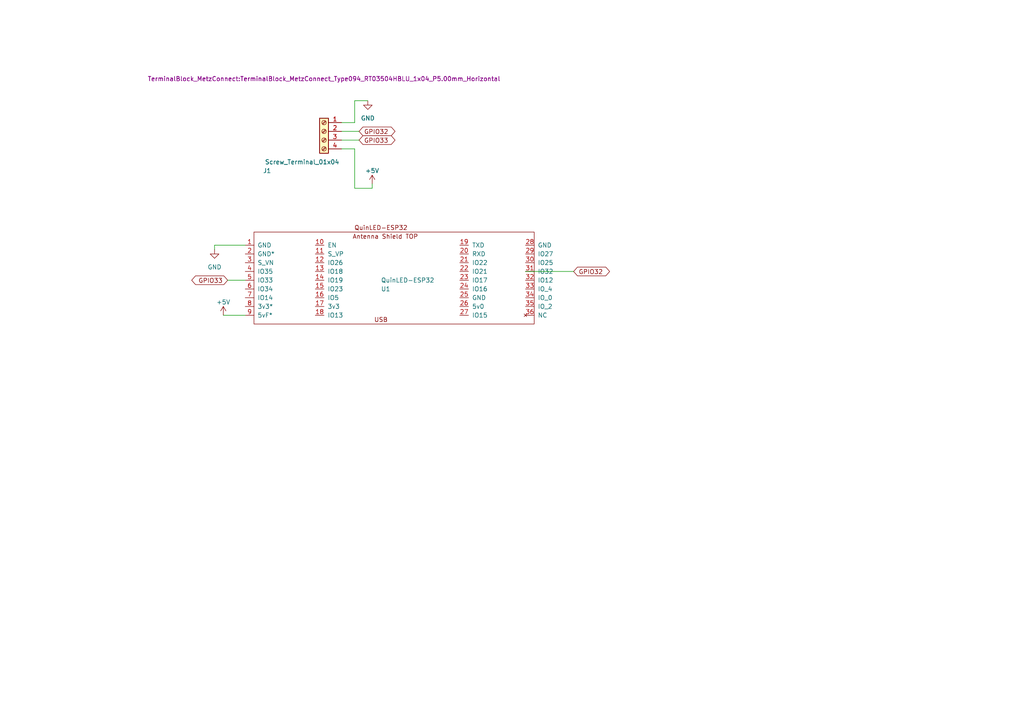
<source format=kicad_sch>
(kicad_sch (version 20231120) (generator "eeschema") (generator_version "8.0")
  (paper "A4")
  (lib_symbols
    (symbol "Connector:Screw_Terminal_01x04" (pin_names (offset 1.016) hide)
      (property "Reference" "J" (at 0 5.08 0))
      (property "Value" "Screw_Terminal_01x04" (at 0 -7.62 0))
      (symbol "Screw_Terminal_01x04_1_1"
        (rectangle (start -1.27 3.81) (end 1.27 -6.35) (stroke (width 0.254)) (fill (type background)))
        (circle (center 0 -5.08) (radius 0.635) (stroke (width 0.1524)))
        (circle (center 0 -2.54) (radius 0.635) (stroke (width 0.1524)))
        (polyline (pts (xy -0.5334 -4.7498) (xy 0.3302 -5.588)) (stroke (width 0.1524)))
        (polyline (pts (xy -0.5334 -2.2098) (xy 0.3302 -3.048)) (stroke (width 0.1524)))
        (polyline (pts (xy -0.5334 0.3302) (xy 0.3302 -0.508)) (stroke (width 0.1524)))
        (polyline (pts (xy -0.5334 2.8702) (xy 0.3302 2.032)) (stroke (width 0.1524)))
        (polyline (pts (xy -0.3556 -4.572) (xy 0.508 -5.4102)) (stroke (width 0.1524)))
        (polyline (pts (xy -0.3556 -2.032) (xy 0.508 -2.8702)) (stroke (width 0.1524)))
        (polyline (pts (xy -0.3556 0.508) (xy 0.508 -0.3302)) (stroke (width 0.1524)))
        (polyline (pts (xy -0.3556 3.048) (xy 0.508 2.2098)) (stroke (width 0.1524)))
        (circle (center 0 0) (radius 0.635) (stroke (width 0.1524)))
        (circle (center 0 2.54) (radius 0.635) (stroke (width 0.1524)))
        (pin passive line (at -5.08 2.54 0) (length 3.81) (name "Pin_1") (number "1"))
        (pin passive line (at -5.08 0 0) (length 3.81) (name "Pin_2") (number "2"))
        (pin passive line (at -5.08 -2.54 0) (length 3.81) (name "Pin_3") (number "3"))
        (pin passive line (at -5.08 -5.08 0) (length 3.81) (name "Pin_4") (number "4"))
      )
    )
    (symbol "QuinLED-ESP32:QuinLED-ESP32" (pin_names (offset 1.016))
      (property "Reference" "U" (at 58.42 -12.7 0))
      (property "Value" "QuinLED-ESP32" (at 58.42 -7.62 0))
      (symbol "QuinLED-ESP32_0_0"
        (rectangle (start 21.59 -3.81) (end 102.87 -30.48))
        (text "Antenna Shield TOP" (at 59.69 -5.08 0) (effects (font (size 1.27 1.27))))
        (text "QuinLED-ESP32" (at 58.42 -2.54 0) (effects (font (size 1.27 1.27))))
        (text "USB" (at 58.42 -29.21 0) (effects (font (size 1.27 1.27))))
      )
      (symbol "QuinLED-ESP32_1_1"
        (pin bidirectional line (at 19.05 -7.62 0) (length 2.54) (name "GND") (number "1"))
        (pin input line (at 39.37 -7.62 0) (length 2.54) (name "EN") (number "10"))
        (pin input line (at 39.37 -10.16 0) (length 2.54) (name "S_VP") (number "11"))
        (pin bidirectional line (at 39.37 -12.7 0) (length 2.54) (name "IO26") (number "12"))
        (pin bidirectional line (at 39.37 -15.24 0) (length 2.54) (name "IO18") (number "13"))
        (pin bidirectional line (at 39.37 -17.78 0) (length 2.54) (name "IO19") (number "14"))
        (pin bidirectional line (at 39.37 -20.32 0) (length 2.54) (name "IO23") (number "15"))
        (pin bidirectional line (at 39.37 -22.86 0) (length 2.54) (name "IO5") (number "16"))
        (pin output line (at 39.37 -25.4 0) (length 2.54) (name "3v3") (number "17"))
        (pin bidirectional line (at 39.37 -27.94 0) (length 2.54) (name "IO13") (number "18"))
        (pin output line (at 81.28 -7.62 0) (length 2.54) (name "TXD") (number "19"))
        (pin bidirectional line (at 19.05 -10.16 0) (length 2.54) (name "GND*") (number "2"))
        (pin input line (at 81.28 -10.16 0) (length 2.54) (name "RXD") (number "20"))
        (pin bidirectional line (at 81.28 -12.7 0) (length 2.54) (name "IO22") (number "21"))
        (pin bidirectional line (at 81.28 -15.24 0) (length 2.54) (name "IO21") (number "22"))
        (pin bidirectional line (at 81.28 -17.78 0) (length 2.54) (name "IO17") (number "23"))
        (pin bidirectional line (at 81.28 -20.32 0) (length 2.54) (name "IO16") (number "24"))
        (pin bidirectional line (at 81.28 -22.86 0) (length 2.54) (name "GND") (number "25"))
        (pin input line (at 81.28 -25.4 0) (length 2.54) (name "5v0") (number "26"))
        (pin bidirectional line (at 81.28 -27.94 0) (length 2.54) (name "IO15") (number "27"))
        (pin bidirectional line (at 100.33 -7.62 0) (length 2.54) (name "GND") (number "28"))
        (pin bidirectional line (at 100.33 -10.16 0) (length 2.54) (name "IO27") (number "29"))
        (pin input line (at 19.05 -12.7 0) (length 2.54) (name "S_VN") (number "3"))
        (pin bidirectional line (at 100.33 -12.7 0) (length 2.54) (name "IO25") (number "30"))
        (pin bidirectional line (at 100.33 -15.24 0) (length 2.54) (name "IO32") (number "31"))
        (pin bidirectional line (at 100.33 -17.78 0) (length 2.54) (name "IO12") (number "32"))
        (pin bidirectional line (at 100.33 -20.32 0) (length 2.54) (name "IO_4") (number "33"))
        (pin bidirectional line (at 100.33 -22.86 0) (length 2.54) (name "IO_0") (number "34"))
        (pin bidirectional line (at 100.33 -25.4 0) (length 2.54) (name "IO_2") (number "35"))
        (pin no_connect line (at 100.33 -27.94 0) (length 2.54) (name "NC") (number "36"))
        (pin bidirectional line (at 19.05 -15.24 0) (length 2.54) (name "IO35") (number "4"))
        (pin bidirectional line (at 19.05 -17.78 0) (length 2.54) (name "IO33") (number "5"))
        (pin bidirectional line (at 19.05 -20.32 0) (length 2.54) (name "IO34") (number "6"))
        (pin bidirectional line (at 19.05 -22.86 0) (length 2.54) (name "IO14") (number "7"))
        (pin output line (at 19.05 -25.4 0) (length 2.54) (name "3v3*") (number "8"))
        (pin output line (at 19.05 -27.94 0) (length 2.54) (name "5vF*") (number "9"))
      )
    )
    (symbol "power:+5V" (power) (pin_names (offset 0))
      (property "Value" "+5V" (at 0 3.556 0))
      (symbol "+5V_0_1"
        (polyline (pts (xy -0.762 1.27) (xy 0 2.54)))
        (polyline (pts (xy 0 0) (xy 0 2.54)))
        (polyline (pts (xy 0 2.54) (xy 0.762 1.27)))
      )
      (symbol "+5V_1_1"
        (pin power_in line (at 0 0 90) (length 0) hide (name "+5V") (number "1"))
      )
    )
    (symbol "power:GND" (power) (pin_names (offset 0))
      (property "Value" "GND" (at 0 -3.81 0))
      (symbol "GND_0_1"
        (polyline (pts (xy 0 0) (xy 0 -1.27) (xy 1.27 -1.27) (xy 0 -2.54) (xy -1.27 -1.27) (xy 0 -1.27)))
      )
      (symbol "GND_1_1"
        (pin power_in line (at 0 0 270) (length 0) hide (name "GND") (number "1"))
      )
    )
  )
  (wire (pts (xy 152.4 78.74) (xy 166.37 78.74)))
  (wire (pts (xy 64.77 91.44) (xy 71.12 91.44)))
  (wire (pts (xy 102.87 43.18) (xy 102.87 54.61)))
  (wire (pts (xy 62.23 71.12) (xy 62.23 72.39)))
  (wire (pts (xy 71.12 71.12) (xy 62.23 71.12)))
  (wire (pts (xy 66.04 81.28) (xy 71.12 81.28)))
  (wire (pts (xy 107.95 53.34) (xy 107.95 54.61)))
  (wire (pts (xy 102.87 29.21) (xy 106.68 29.21)))
  (wire (pts (xy 102.87 35.56) (xy 102.87 29.21)))
  (wire (pts (xy 99.06 43.18) (xy 102.87 43.18)))
  (wire (pts (xy 99.06 35.56) (xy 102.87 35.56)))
  (wire (pts (xy 99.06 38.1) (xy 104.14 38.1)))
  (wire (pts (xy 99.06 40.64) (xy 104.14 40.64)))
  (wire (pts (xy 102.87 54.61) (xy 107.95 54.61)))
  (global_label "GPIO33" (shape bidirectional) (at 66.04 81.28 180) (property "Intersheetrefs" "${INTERSHEET_REFS}" (effects (hide yes))))
  (global_label "GPIO32" (shape bidirectional) (at 166.37 78.74 0) (property "Intersheetrefs" "${INTERSHEET_REFS}" (effects (hide yes))))
  (global_label "GPIO32" (shape bidirectional) (at 104.14 38.1 0) (property "Intersheetrefs" "${INTERSHEET_REFS}" (effects (hide yes))))
  (global_label "GPIO33" (shape bidirectional) (at 104.14 40.64 0) (property "Intersheetrefs" "${INTERSHEET_REFS}" (effects (hide yes))))
  (symbol (lib_id "power:+5V") (at 107.95 53.34 0) (unit 1)
    (property "Reference" "#PWR04" (effects (hide yes)))
    (property "Value" "+5V" (at 107.95 49.53 0))
  )
  (symbol (lib_id "power:GND") (at 106.68 29.21 0) (unit 1)
    (property "Reference" "#PWR03" (effects (hide yes)))
    (property "Value" "GND" (at 106.68 34.29 0))
  )
  (symbol (lib_id "power:GND") (at 62.23 72.39 0) (unit 1)
    (property "Reference" "#PWR01" (effects (hide yes)))
    (property "Value" "GND" (at 62.23 77.47 0))
  )
  (symbol (lib_id "QuinLED-ESP32:QuinLED-ESP32") (at 52.07 63.5 0) (unit 1)
    (property "Reference" "U1" (at 110.49 83.82 0) (effects (justify left)))
    (property "Value" "QuinLED-ESP32" (at 110.49 81.28 0) (effects (justify left)))
    (property "Footprint" "QuinLED-ESP32:QuinLED-ESP32" (effects (hide yes)))
  )
  (symbol (lib_id "power:+5V") (at 64.77 91.44 0) (unit 1)
    (property "Reference" "#PWR02" (effects (hide yes)))
    (property "Value" "+5V" (at 64.77 87.63 0))
  )
  (symbol (lib_id "Connector:Screw_Terminal_01x04") (at 93.98 38.1 0) (mirror y) (unit 1)
    (property "Reference" "J1" (at 77.47 49.53 0))
    (property "Value" "Screw_Terminal_01x04" (at 87.63 46.99 0))
    (property "Footprint" "TerminalBlock_MetzConnect:TerminalBlock_MetzConnect_Type094_RT03504HBLU_1x04_P5.00mm_Horizontal" (at 93.98 22.86 0))
  )
)
</source>
